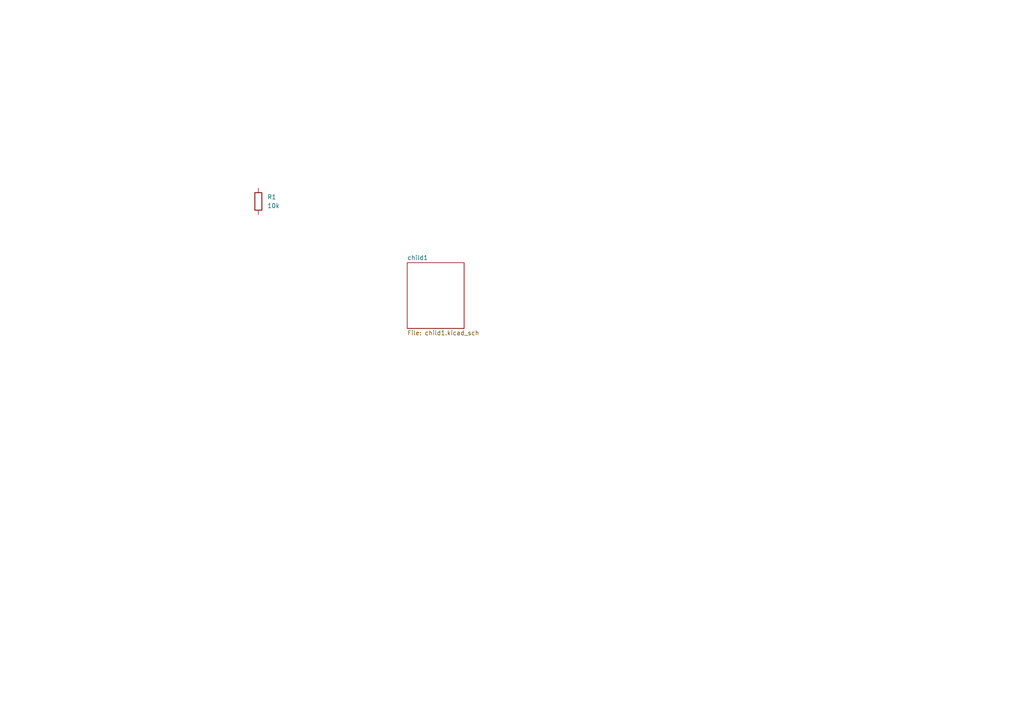
<source format=kicad_sch>
(kicad_sch (version 20250114) (generator "eeschema") (generator_version "9.0")
  (paper "A4")
  (lib_symbols
    (symbol "Device:R" (pin_numbers (hide yes)) (pin_names (offset 0))
      (property "Reference" "R" (at 2.032 0 90))
      (property "Value" "R" (at 0 0 90))
      (symbol "R_0_1"
        (rectangle (start -1.016 -2.54) (end 1.016 2.54) (stroke (width 0.254)))
      )
      (symbol "R_1_1"
        (pin passive line (at 0 3.81 270) (length 1.27) (name "~") (number "1"))
        (pin passive line (at 0 -3.81 90) (length 1.27) (name "~") (number "2"))
      )
    )
  )
  (symbol (lib_id "Device:R") (at 74.93 58.42 0) (unit 1)
    (property "Reference" "R1" (at 77.47 57.1499 0) (effects (justify left)))
    (property "Value" "10k" (at 77.47 59.6899 0) (effects (justify left)))
    (property "Footprint" "Resistor_SMD:R_0603_1608Metric" (effects (hide yes)))
    (property "Description" "Resistor" (effects (hide yes)))
  )
  (sheet (at 118.11 76.2) (size 16.51 19.05) (stroke (width 0.1524))
    (property "Sheetname" "child1" (at 118.11 75.4884 0) (effects (justify left bottom)))
    (property "Sheetfile" "child1.kicad_sch" (at 118.11 95.8346 0) (effects (justify left top)))
  )
)
</source>
